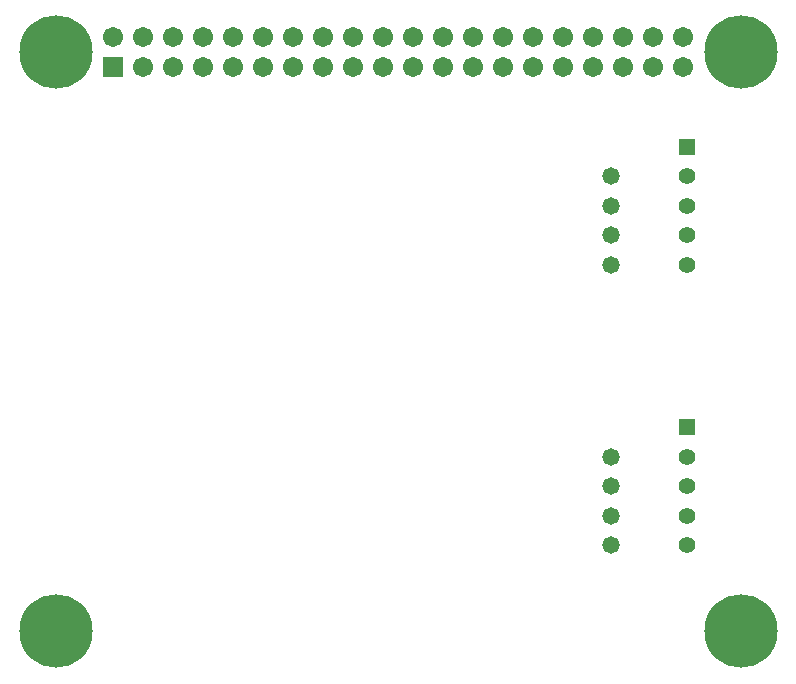
<source format=gbr>
%TF.GenerationSoftware,Altium Limited,Altium Designer,23.10.1 (27)*%
G04 Layer_Color=16711935*
%FSLAX45Y45*%
%MOMM*%
%TF.SameCoordinates,4109F3B7-FE55-4884-923A-908B48AE38E2*%
%TF.FilePolarity,Negative*%
%TF.FileFunction,Soldermask,Bot*%
%TF.Part,Single*%
G01*
G75*
%TA.AperFunction,ComponentPad*%
%ADD15C,1.40000*%
%ADD16R,1.40000X1.40000*%
%ADD25R,1.70320X1.70320*%
%ADD26C,1.70320*%
%TA.AperFunction,ViaPad*%
%ADD27C,6.20320*%
%ADD28C,1.47320*%
D15*
X7350000Y2725000D02*
D03*
Y2975000D02*
D03*
Y3225000D02*
D03*
Y3475000D02*
D03*
Y5099999D02*
D03*
Y5349999D02*
D03*
Y5599999D02*
D03*
Y5849999D02*
D03*
D16*
Y3725000D02*
D03*
Y6099999D02*
D03*
D25*
X2487000Y6773000D02*
D03*
D26*
Y7027000D02*
D03*
X2741000Y6773000D02*
D03*
Y7027000D02*
D03*
X2995000Y6773000D02*
D03*
Y7027000D02*
D03*
X3249000Y6773000D02*
D03*
Y7027000D02*
D03*
X3503000Y6773000D02*
D03*
Y7027000D02*
D03*
X3757000Y6773000D02*
D03*
Y7027000D02*
D03*
X4011000Y6773000D02*
D03*
Y7027000D02*
D03*
X4265000Y6773000D02*
D03*
Y7027000D02*
D03*
X4519000Y6773000D02*
D03*
Y7027000D02*
D03*
X4773000Y6773000D02*
D03*
Y7027000D02*
D03*
X5027000Y6773000D02*
D03*
Y7027000D02*
D03*
X5281000Y6773000D02*
D03*
Y7027000D02*
D03*
X5535000Y6773000D02*
D03*
Y7027000D02*
D03*
X5789000Y6773000D02*
D03*
Y7027000D02*
D03*
X6043000Y6773000D02*
D03*
Y7027000D02*
D03*
X6297000Y6773000D02*
D03*
Y7027000D02*
D03*
X7313000D02*
D03*
Y6773000D02*
D03*
X7059000Y7027000D02*
D03*
Y6773000D02*
D03*
X6805000Y7027000D02*
D03*
Y6773000D02*
D03*
X6551000Y7027000D02*
D03*
Y6773000D02*
D03*
D27*
X7800000Y2000000D02*
D03*
Y6900000D02*
D03*
X2000000Y2000000D02*
D03*
Y6900000D02*
D03*
D28*
X6700000Y2725000D02*
D03*
Y2975000D02*
D03*
Y3225000D02*
D03*
Y3475000D02*
D03*
Y5100000D02*
D03*
Y5350000D02*
D03*
Y5600000D02*
D03*
Y5850000D02*
D03*
%TF.MD5,82bc5e4472584031067525bb71b6323c*%
M02*

</source>
